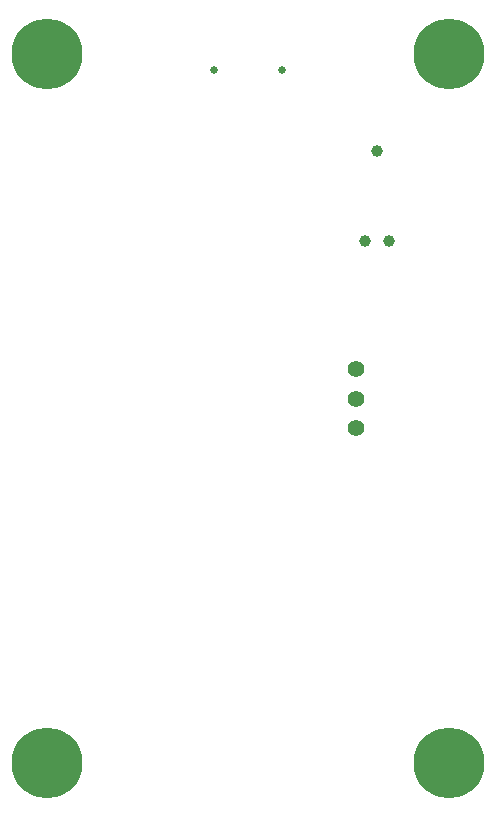
<source format=gbr>
%TF.GenerationSoftware,KiCad,Pcbnew,7.0.10*%
%TF.CreationDate,2024-01-15T20:05:46+01:00*%
%TF.ProjectId,tiny-scarab,74696e79-2d73-4636-9172-61622e6b6963,0.1*%
%TF.SameCoordinates,Original*%
%TF.FileFunction,Soldermask,Bot*%
%TF.FilePolarity,Negative*%
%FSLAX46Y46*%
G04 Gerber Fmt 4.6, Leading zero omitted, Abs format (unit mm)*
G04 Created by KiCad (PCBNEW 7.0.10) date 2024-01-15 20:05:46*
%MOMM*%
%LPD*%
G01*
G04 APERTURE LIST*
%ADD10C,6.000000*%
%ADD11C,1.400000*%
%ADD12C,0.990600*%
%ADD13C,0.650000*%
G04 APERTURE END LIST*
D10*
%TO.C,J6*%
X78250000Y-28495000D03*
%TD*%
%TO.C,J8*%
X78250000Y-88495000D03*
%TD*%
D11*
%TO.C,SW5*%
X104394000Y-55158000D03*
X104394000Y-57658000D03*
X104394000Y-60158000D03*
%TD*%
D10*
%TO.C,J7*%
X112250000Y-88495000D03*
%TD*%
D12*
%TO.C,J2*%
X106203750Y-36639500D03*
X107219750Y-44259500D03*
X105187750Y-44259500D03*
%TD*%
D10*
%TO.C,J5*%
X112250000Y-28495000D03*
%TD*%
D13*
%TO.C,J1*%
X98140000Y-29783000D03*
X92360000Y-29783000D03*
%TD*%
M02*

</source>
